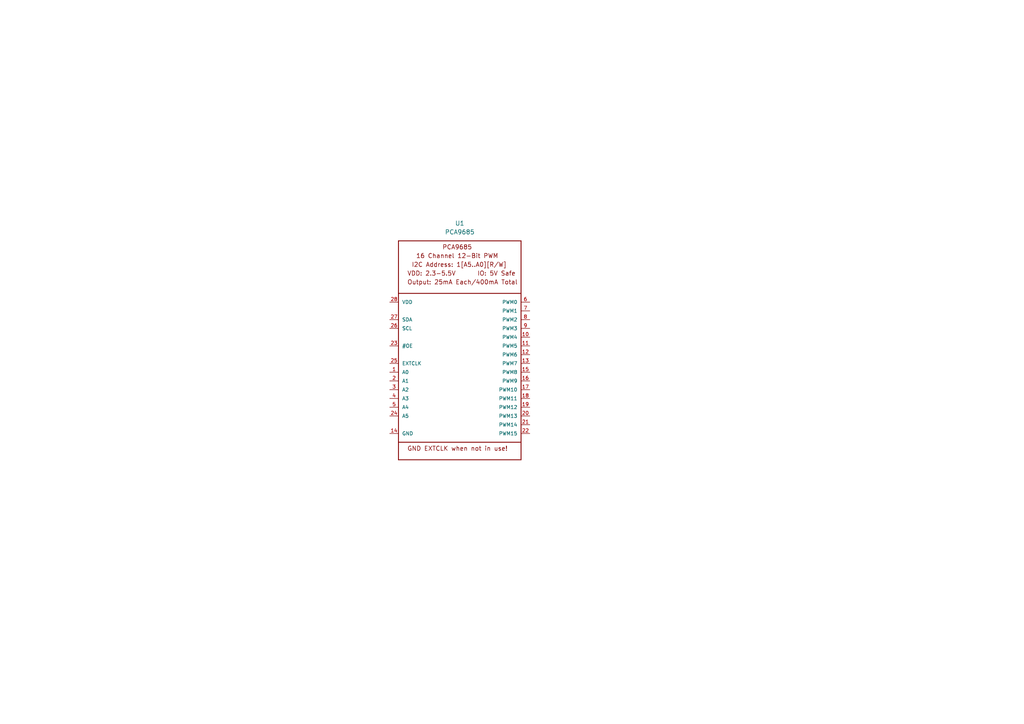
<source format=kicad_sch>
(kicad_sch (version 20231120) (generator "eeschema") (generator_version "8.0")
  (paper "A4")
  (lib_symbols
    (symbol "PowerDistro:PCA9685" (pin_names (offset 1.016))
      (property "Reference" "U" (at -17.78 35.56 0))
      (property "Value" "PCA9685" (at -17.78 -33.02 0))
      (symbol "PCA9685_0_0"
        (polyline (pts (xy -17.78 -30.48) (xy -17.78 -25.4)) (stroke (width 0.254)))
        (polyline (pts (xy -17.78 -25.4) (xy -17.78 17.78)) (stroke (width 0.254)))
        (polyline (pts (xy -17.78 -25.4) (xy 17.78 -25.4)) (stroke (width 0.254)))
        (polyline (pts (xy -17.78 17.78) (xy -17.78 33.02)) (stroke (width 0.254)))
        (polyline (pts (xy -17.78 17.78) (xy 17.78 17.78)) (stroke (width 0.254)))
        (polyline (pts (xy -17.78 33.02) (xy 17.78 33.02)) (stroke (width 0.254)))
        (polyline (pts (xy 17.78 -30.48) (xy -17.78 -30.48)) (stroke (width 0.254)))
        (polyline (pts (xy 17.78 17.78) (xy 17.78 -30.48)) (stroke (width 0.254)))
        (polyline (pts (xy 17.78 17.78) (xy 17.78 33.02)) (stroke (width 0.254)))
        (text "16 Channel 12-Bit PWM" (at -12.7 27.94 0) (effects (font (size 1.27 1.27)) (justify left bottom)))
        (text "GND EXTCLK when not in use!" (at -15.24 -27.94 0) (effects (font (size 1.27 1.27)) (justify left bottom)))
        (text "I2C Address: 1[A5..A0][R/W]" (at -13.97 25.4 0) (effects (font (size 1.27 1.27)) (justify left bottom)))
        (text "IO: 5V Safe" (at 5.08 22.86 0) (effects (font (size 1.27 1.27)) (justify left bottom)))
        (text "Output: 25mA Each/400mA Total" (at -15.24 20.32 0) (effects (font (size 1.27 1.27)) (justify left bottom)))
        (text "PCA9685" (at -5.08 30.48 0) (effects (font (size 1.27 1.27)) (justify left bottom)))
        (text "VDD: 2.3-5.5V" (at -15.24 22.86 0) (effects (font (size 1.27 1.27)) (justify left bottom)))
        (pin bidirectional line (at -20.32 -5.08 0) (length 2.54) (name "A0") (number "1"))
        (pin output line (at 20.32 5.08 180) (length 2.54) (name "PWM4") (number "10"))
        (pin output line (at 20.32 2.54 180) (length 2.54) (name "PWM5") (number "11"))
        (pin output line (at 20.32 0 180) (length 2.54) (name "PWM6") (number "12"))
        (pin output line (at 20.32 -2.54 180) (length 2.54) (name "PWM7") (number "13"))
        (pin power_in line (at -20.32 -22.86 0) (length 2.54) (name "GND") (number "14"))
        (pin output line (at 20.32 -5.08 180) (length 2.54) (name "PWM8") (number "15"))
        (pin output line (at 20.32 -7.62 180) (length 2.54) (name "PWM9") (number "16"))
        (pin output line (at 20.32 -10.16 180) (length 2.54) (name "PWM10") (number "17"))
        (pin output line (at 20.32 -12.7 180) (length 2.54) (name "PWM11") (number "18"))
        (pin output line (at 20.32 -15.24 180) (length 2.54) (name "PWM12") (number "19"))
        (pin bidirectional line (at -20.32 -7.62 0) (length 2.54) (name "A1") (number "2"))
        (pin output line (at 20.32 -17.78 180) (length 2.54) (name "PWM13") (number "20"))
        (pin output line (at 20.32 -20.32 180) (length 2.54) (name "PWM14") (number "21"))
        (pin output line (at 20.32 -22.86 180) (length 2.54) (name "PWM15") (number "22"))
        (pin input line (at -20.32 2.54 0) (length 2.54) (name "#OE") (number "23"))
        (pin bidirectional line (at -20.32 -17.78 0) (length 2.54) (name "A5") (number "24"))
        (pin input line (at -20.32 -2.54 0) (length 2.54) (name "EXTCLK") (number "25"))
        (pin bidirectional line (at -20.32 7.62 0) (length 2.54) (name "SCL") (number "26"))
        (pin bidirectional line (at -20.32 10.16 0) (length 2.54) (name "SDA") (number "27"))
        (pin power_in line (at -20.32 15.24 0) (length 2.54) (name "VDD") (number "28"))
        (pin bidirectional line (at -20.32 -10.16 0) (length 2.54) (name "A2") (number "3"))
        (pin bidirectional line (at -20.32 -12.7 0) (length 2.54) (name "A3") (number "4"))
        (pin bidirectional line (at -20.32 -15.24 0) (length 2.54) (name "A4") (number "5"))
        (pin output line (at 20.32 15.24 180) (length 2.54) (name "PWM0") (number "6"))
        (pin output line (at 20.32 12.7 180) (length 2.54) (name "PWM1") (number "7"))
        (pin output line (at 20.32 10.16 180) (length 2.54) (name "PWM2") (number "8"))
        (pin output line (at 20.32 7.62 180) (length 2.54) (name "PWM3") (number "9"))
      )
    )
  )
  (symbol (lib_id "PowerDistro:PCA9685") (at 133.35 102.87 0) (unit 1)
    (property "Reference" "U1" (at 133.35 64.77 0))
    (property "Value" "PCA9685" (at 133.35 67.31 0))
    (property "Footprint" "PCA9685:TSSOP28" (effects (hide yes)))
    (property "MF" "NXP Semiconductors" (effects (hide yes)))
    (property "Description_1" "\nLED Driver 10000uA Supply Current Automotive 28-Pin TSSOP T/R\n" (effects (hide yes)))
    (property "Package" "None" (effects (hide yes)))
    (property "Price" "None" (effects (hide yes)))
    (property "SnapEDA_Link" "https://www.snapeda.com/parts/PCA9685/NXP+Semiconductors/view-part/?ref=snap" (effects (hide yes)))
    (property "MP" "PCA9685" (effects (hide yes)))
    (property "Availability" "Not in stock" (effects (hide yes)))
    (property "Check_prices" "https://www.snapeda.com/parts/PCA9685/NXP+Semiconductors/view-part/?ref=eda" (effects (hide yes)))
  )
)
</source>
